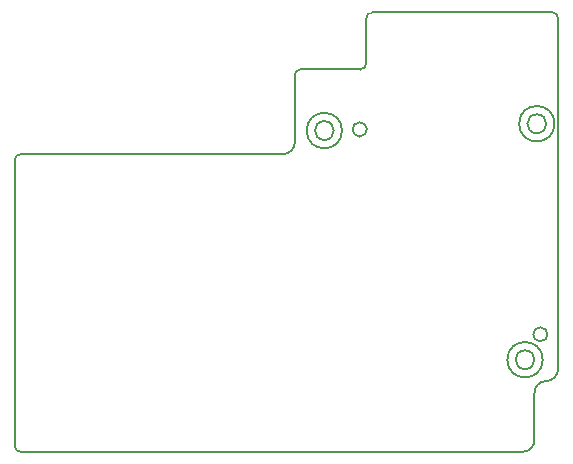
<source format=gko>
%FSLAX25Y25*%
%MOIN*%
G70*
G01*
G75*
G04 Layer_Color=16711935*
%ADD10R,0.07087X0.08661*%
%ADD11R,0.05906X0.02953*%
%ADD12R,0.11811X0.08268*%
%ADD13R,0.06693X0.02362*%
%ADD14R,0.10630X0.03937*%
%ADD15R,0.06299X0.08661*%
%ADD16R,0.03543X0.03740*%
%ADD17O,0.06693X0.01693*%
%ADD18R,0.01969X0.02165*%
%ADD19R,0.03000X0.03543*%
%ADD20R,0.16535X0.05512*%
%ADD21R,0.03937X0.05709*%
%ADD22R,0.04331X0.02362*%
%ADD23R,0.05315X0.07087*%
%ADD24R,0.02803X0.03600*%
%ADD25R,0.02804X0.03600*%
%ADD26R,0.02165X0.01969*%
%ADD27O,0.01378X0.06693*%
%ADD28R,0.04724X0.04331*%
%ADD29C,0.03000*%
%ADD30C,0.01500*%
%ADD31C,0.00800*%
%ADD32C,0.01000*%
%ADD33C,0.01200*%
%ADD34C,0.02000*%
%ADD35R,0.05118X0.05118*%
%ADD36C,0.05118*%
%ADD37R,0.05906X0.05906*%
%ADD38C,0.05906*%
%ADD39C,0.01969*%
%ADD40C,0.01181*%
%ADD41C,0.00984*%
%ADD42C,0.02362*%
%ADD43C,0.00500*%
%ADD44C,0.00787*%
%ADD45R,0.07887X0.09461*%
%ADD46R,0.06706X0.03753*%
%ADD47R,0.12611X0.09068*%
%ADD48R,0.07493X0.03162*%
%ADD49R,0.11430X0.04737*%
%ADD50R,0.07099X0.09461*%
%ADD51R,0.04343X0.04540*%
%ADD52O,0.07093X0.02093*%
%ADD53R,0.02769X0.02965*%
%ADD54R,0.03800X0.04343*%
%ADD55R,0.17335X0.06312*%
%ADD56R,0.04737X0.06509*%
%ADD57R,0.05131X0.03162*%
%ADD58R,0.06115X0.07887*%
%ADD59R,0.03603X0.04400*%
%ADD60R,0.03604X0.04400*%
%ADD61R,0.02965X0.02769*%
%ADD62O,0.02178X0.07493*%
%ADD63R,0.05524X0.05131*%
%ADD64R,0.05918X0.05918*%
%ADD65C,0.05918*%
%ADD66R,0.06706X0.06706*%
%ADD67C,0.06706*%
D43*
X0Y97123D02*
G03*
X0Y97373I0J125D01*
G01*
D02*
G03*
X0Y97123I0J-125D01*
G01*
Y13659D02*
G03*
X0Y13909I0J125D01*
G01*
D02*
G03*
X0Y13659I0J-125D01*
G01*
X93347Y125431D02*
G03*
X93347Y125681I0J125D01*
G01*
D02*
G03*
X93347Y125431I0J-125D01*
G01*
X1969Y99092D02*
G03*
X1969Y99342I0J125D01*
G01*
D02*
G03*
X1969Y99092I0J-125D01*
G01*
X95315Y127399D02*
G03*
X95315Y127649I0J125D01*
G01*
D02*
G03*
X95315Y127399I0J-125D01*
G01*
X115197D02*
G03*
X115197Y127649I0J125D01*
G01*
D02*
G03*
X115197Y127399I0J-125D01*
G01*
X117166Y144407D02*
G03*
X117166Y144657I0J125D01*
G01*
D02*
G03*
X117166Y144407I0J-125D01*
G01*
Y129368D02*
G03*
X117166Y129618I0J125D01*
G01*
D02*
G03*
X117166Y129368I0J-125D01*
G01*
X119134Y146376D02*
G03*
X119134Y146625I0J125D01*
G01*
D02*
G03*
X119134Y146376I0J-125D01*
G01*
X179134D02*
G03*
X179134Y146625I0J125D01*
G01*
D02*
G03*
X179134Y146376I0J-125D01*
G01*
X181103Y144407D02*
G03*
X181103Y144657I0J125D01*
G01*
D02*
G03*
X181103Y144407I0J-125D01*
G01*
X0Y97123D02*
G03*
X0Y97373I0J125D01*
G01*
D02*
G03*
X0Y97123I0J-125D01*
G01*
Y1848D02*
G03*
X0Y2098I0J125D01*
G01*
D02*
G03*
X0Y1848I0J-125D01*
G01*
X1969Y99092D02*
G03*
X1969Y99342I0J125D01*
G01*
D02*
G03*
X1969Y99092I0J-125D01*
G01*
X93347Y125431D02*
G03*
X93347Y125681I0J125D01*
G01*
D02*
G03*
X93347Y125431I0J-125D01*
G01*
X95315Y127399D02*
G03*
X95315Y127649I0J125D01*
G01*
D02*
G03*
X95315Y127399I0J-125D01*
G01*
X115197D02*
G03*
X115197Y127649I0J125D01*
G01*
D02*
G03*
X115197Y127399I0J-125D01*
G01*
X117166Y144407D02*
G03*
X117166Y144657I0J125D01*
G01*
D02*
G03*
X117166Y144407I0J-125D01*
G01*
Y129368D02*
G03*
X117166Y129618I0J125D01*
G01*
D02*
G03*
X117166Y129368I0J-125D01*
G01*
X119134Y146376D02*
G03*
X119134Y146625I0J125D01*
G01*
D02*
G03*
X119134Y146376I0J-125D01*
G01*
X179134D02*
G03*
X179134Y146625I0J125D01*
G01*
D02*
G03*
X179134Y146376I0J-125D01*
G01*
X181103Y144407D02*
G03*
X181103Y144657I0J125D01*
G01*
D02*
G03*
X181103Y144407I0J-125D01*
G01*
X1969Y-121D02*
G03*
X1969Y129I0J125D01*
G01*
D02*
G03*
X1969Y-121I0J-125D01*
G01*
Y99217D02*
G03*
X0Y97249I0J-1969D01*
G01*
Y97123D02*
G03*
X0Y97373I0J125D01*
G01*
D02*
G03*
X0Y97123I0J-125D01*
G01*
X1969Y99092D02*
G03*
X1969Y99342I0J125D01*
G01*
D02*
G03*
X1969Y99092I0J-125D01*
G01*
X95315Y127524D02*
G03*
X93347Y125556I0J-1969D01*
G01*
Y125431D02*
G03*
X93347Y125681I0J125D01*
G01*
D02*
G03*
X93347Y125431I0J-125D01*
G01*
X95315Y127399D02*
G03*
X95315Y127649I0J125D01*
G01*
D02*
G03*
X95315Y127399I0J-125D01*
G01*
X115197Y127524D02*
G03*
X117166Y129493I0J1969D01*
G01*
Y129368D02*
G03*
X117166Y129618I0J125D01*
G01*
D02*
G03*
X117166Y129368I0J-125D01*
G01*
X115197Y127399D02*
G03*
X115197Y127649I0J125D01*
G01*
D02*
G03*
X115197Y127399I0J-125D01*
G01*
X119134Y146501D02*
G03*
X117166Y144532I0J-1969D01*
G01*
Y144407D02*
G03*
X117166Y144657I0J125D01*
G01*
D02*
G03*
X117166Y144407I0J-125D01*
G01*
X119134Y146376D02*
G03*
X119134Y146625I0J125D01*
G01*
D02*
G03*
X119134Y146376I0J-125D01*
G01*
X181103Y144532D02*
G03*
X179134Y146501I-1969J0D01*
G01*
Y146376D02*
G03*
X179134Y146625I0J125D01*
G01*
D02*
G03*
X179134Y146376I0J-125D01*
G01*
X181103Y144407D02*
G03*
X181103Y144657I0J125D01*
G01*
D02*
G03*
X181103Y144407I0J-125D01*
G01*
X1969Y99217D02*
G03*
X0Y97249I0J-1969D01*
G01*
Y97123D02*
G03*
X0Y97373I0J125D01*
G01*
D02*
G03*
X0Y97123I0J-125D01*
G01*
X1969Y99092D02*
G03*
X1969Y99342I0J125D01*
G01*
D02*
G03*
X1969Y99092I0J-125D01*
G01*
X95315Y127524D02*
G03*
X93347Y125556I0J-1969D01*
G01*
Y125431D02*
G03*
X93347Y125681I0J125D01*
G01*
D02*
G03*
X93347Y125431I0J-125D01*
G01*
X95315Y127399D02*
G03*
X95315Y127649I0J125D01*
G01*
D02*
G03*
X95315Y127399I0J-125D01*
G01*
X115197Y127524D02*
G03*
X117166Y129493I0J1969D01*
G01*
Y129368D02*
G03*
X117166Y129618I0J125D01*
G01*
D02*
G03*
X117166Y129368I0J-125D01*
G01*
X115197Y127399D02*
G03*
X115197Y127649I0J125D01*
G01*
D02*
G03*
X115197Y127399I0J-125D01*
G01*
X119134Y146501D02*
G03*
X117166Y144532I0J-1969D01*
G01*
Y144407D02*
G03*
X117166Y144657I0J125D01*
G01*
D02*
G03*
X117166Y144407I0J-125D01*
G01*
X119134Y146376D02*
G03*
X119134Y146625I0J125D01*
G01*
D02*
G03*
X119134Y146376I0J-125D01*
G01*
X181103Y144532D02*
G03*
X179134Y146501I-1969J0D01*
G01*
Y146376D02*
G03*
X179134Y146625I0J125D01*
G01*
D02*
G03*
X179134Y146376I0J-125D01*
G01*
X181103Y144407D02*
G03*
X181103Y144657I0J125D01*
G01*
D02*
G03*
X181103Y144407I0J-125D01*
G01*
X0Y1973D02*
G03*
X1969Y4I1969J-0D01*
G01*
Y-121D02*
G03*
X1969Y129I0J125D01*
G01*
D02*
G03*
X1969Y-121I0J-125D01*
G01*
X0Y1848D02*
G03*
X0Y2098I0J125D01*
G01*
D02*
G03*
X0Y1848I0J-125D01*
G01*
X93347Y103029D02*
G03*
X93347Y103279I0J125D01*
G01*
D02*
G03*
X93347Y103029I0J-125D01*
G01*
X89410Y99092D02*
G03*
X89410Y99342I0J125D01*
G01*
D02*
G03*
X89410Y99092I0J-125D01*
G01*
D02*
G03*
X89410Y99342I0J125D01*
G01*
D02*
G03*
X89410Y99092I0J-125D01*
G01*
X93347Y103029D02*
G03*
X93347Y103279I0J125D01*
G01*
D02*
G03*
X93347Y103029I0J-125D01*
G01*
X174016Y112524D02*
G03*
X174016Y106225I0J-3150D01*
G01*
D02*
G03*
X174016Y112524I0J3150D01*
G01*
Y106100D02*
G03*
X174016Y106350I0J125D01*
G01*
D02*
G03*
X174016Y106100I0J-125D01*
G01*
Y112399D02*
G03*
X174016Y112649I0J125D01*
G01*
D02*
G03*
X174016Y112399I0J-125D01*
G01*
X170079Y33863D02*
G03*
X170079Y27563I0J-3150D01*
G01*
D02*
G03*
X170079Y33863I0J3150D01*
G01*
Y27438D02*
G03*
X170079Y27688I0J125D01*
G01*
D02*
G03*
X170079Y27438I0J-125D01*
G01*
Y33737D02*
G03*
X170079Y33988I0J125D01*
G01*
D02*
G03*
X170079Y33737I0J-125D01*
G01*
X115000Y109847D02*
G03*
X115000Y105122I0J-2362D01*
G01*
D02*
G03*
X115000Y109847I0J2362D01*
G01*
Y104998D02*
G03*
X115000Y105247I0J125D01*
G01*
D02*
G03*
X115000Y104998I0J-125D01*
G01*
Y109722D02*
G03*
X115000Y109972I0J125D01*
G01*
D02*
G03*
X115000Y109722I0J-125D01*
G01*
X175197Y41540D02*
G03*
X175197Y36815I0J-2362D01*
G01*
D02*
G03*
X175197Y41540I0J2362D01*
G01*
X103189Y110241D02*
G03*
X103189Y103941I0J-3150D01*
G01*
D02*
G03*
X103189Y110241I0J3150D01*
G01*
Y103816D02*
G03*
X103189Y104066I0J125D01*
G01*
D02*
G03*
X103189Y103816I0J-125D01*
G01*
Y110116D02*
G03*
X103189Y110366I0J125D01*
G01*
D02*
G03*
X103189Y110116I0J-125D01*
G01*
X177166Y23626D02*
G03*
X181103Y27563I0J3937D01*
G01*
X177166Y23626D02*
G03*
X173229Y19689I0J-3937D01*
G01*
X89410Y99217D02*
G03*
X93347Y103154I0J3937D01*
G01*
Y103029D02*
G03*
X93347Y103279I0J125D01*
G01*
D02*
G03*
X93347Y103029I0J-125D01*
G01*
X89410Y99092D02*
G03*
X89410Y99342I0J125D01*
G01*
D02*
G03*
X89410Y99092I0J-125D01*
G01*
X103189Y110241D02*
G03*
X103189Y103941I0J-3150D01*
G01*
D02*
G03*
X103189Y110241I0J3150D01*
G01*
Y103816D02*
G03*
X103189Y104066I0J125D01*
G01*
D02*
G03*
X103189Y103816I0J-125D01*
G01*
Y110116D02*
G03*
X103189Y110366I0J125D01*
G01*
D02*
G03*
X103189Y110116I0J-125D01*
G01*
X170079Y33863D02*
G03*
X170079Y27563I0J-3150D01*
G01*
D02*
G03*
X170079Y33863I0J3150D01*
G01*
Y27438D02*
G03*
X170079Y27688I0J125D01*
G01*
D02*
G03*
X170079Y27438I0J-125D01*
G01*
Y33737D02*
G03*
X170079Y33988I0J125D01*
G01*
D02*
G03*
X170079Y33737I0J-125D01*
G01*
X174016Y112524D02*
G03*
X174016Y106225I0J-3150D01*
G01*
D02*
G03*
X174016Y112524I0J3150D01*
G01*
Y106100D02*
G03*
X174016Y106350I0J125D01*
G01*
D02*
G03*
X174016Y106100I0J-125D01*
G01*
Y112399D02*
G03*
X174016Y112649I0J125D01*
G01*
D02*
G03*
X174016Y112399I0J-125D01*
G01*
X103189Y110241D02*
G03*
X103189Y103941I0J-3150D01*
G01*
D02*
G03*
X103189Y110241I0J3150D01*
G01*
Y103816D02*
G03*
X103189Y104066I0J125D01*
G01*
D02*
G03*
X103189Y103816I0J-125D01*
G01*
Y110116D02*
G03*
X103189Y110366I0J125D01*
G01*
D02*
G03*
X103189Y110116I0J-125D01*
G01*
X105589Y105177D02*
G03*
X105589Y104927I0J-125D01*
G01*
D02*
G03*
X105589Y105177I0J125D01*
G01*
Y104864D02*
G03*
X105589Y104989I0J62D01*
G01*
Y105114D02*
G03*
X105589Y105239I0J62D01*
G01*
X100789Y109255D02*
G03*
X100789Y109005I0J-125D01*
G01*
D02*
G03*
X100789Y109255I0J125D01*
G01*
Y108943D02*
G03*
X100789Y109068I0J62D01*
G01*
Y109193D02*
G03*
X100789Y109318I0J62D01*
G01*
X115000Y109847D02*
G03*
X115000Y105122I0J-2362D01*
G01*
D02*
G03*
X115000Y109847I0J2362D01*
G01*
Y104998D02*
G03*
X115000Y105247I0J125D01*
G01*
D02*
G03*
X115000Y104998I0J-125D01*
G01*
Y109722D02*
G03*
X115000Y109972I0J125D01*
G01*
D02*
G03*
X115000Y109722I0J-125D01*
G01*
X103189Y110241D02*
G03*
X103189Y103941I0J-3150D01*
G01*
D02*
G03*
X103189Y110241I0J3150D01*
G01*
Y103816D02*
G03*
X103189Y104066I0J125D01*
G01*
D02*
G03*
X103189Y103816I0J-125D01*
G01*
Y110116D02*
G03*
X103189Y110366I0J125D01*
G01*
D02*
G03*
X103189Y110116I0J-125D01*
G01*
X174016Y112524D02*
G03*
X174016Y106225I0J-3150D01*
G01*
D02*
G03*
X174016Y112524I0J3150D01*
G01*
Y106100D02*
G03*
X174016Y106350I0J125D01*
G01*
D02*
G03*
X174016Y106100I0J-125D01*
G01*
Y112399D02*
G03*
X174016Y112649I0J125D01*
G01*
D02*
G03*
X174016Y112399I0J-125D01*
G01*
X175197Y41540D02*
G03*
X175197Y36815I0J-2362D01*
G01*
D02*
G03*
X175197Y41540I0J2362D01*
G01*
X170079Y33863D02*
G03*
X170079Y27563I0J-3150D01*
G01*
D02*
G03*
X170079Y33863I0J3150D01*
G01*
Y27438D02*
G03*
X170079Y27688I0J125D01*
G01*
D02*
G03*
X170079Y27438I0J-125D01*
G01*
Y33737D02*
G03*
X170079Y33988I0J125D01*
G01*
D02*
G03*
X170079Y33737I0J-125D01*
G01*
X89410Y99217D02*
G03*
X93347Y103154I0J3937D01*
G01*
Y103029D02*
G03*
X93347Y103279I0J125D01*
G01*
D02*
G03*
X93347Y103029I0J-125D01*
G01*
X89410Y99092D02*
G03*
X89410Y99342I0J125D01*
G01*
D02*
G03*
X89410Y99092I0J-125D01*
G01*
X177166Y23626D02*
G03*
X181103Y27563I0J3937D01*
G01*
X177166Y23626D02*
G03*
X173229Y19689I0J-3937D01*
G01*
X169292Y4D02*
G03*
X173229Y3941I-0J3937D01*
G01*
X109095Y107091D02*
G03*
X109095Y107091I-5906J0D01*
G01*
X175985Y30713D02*
G03*
X175985Y30713I-5906J0D01*
G01*
X179921Y109374D02*
G03*
X179921Y109374I-5906J0D01*
G01*
X105589Y104989D02*
G03*
X105589Y104864I0J-62D01*
G01*
Y105239D02*
G03*
X105589Y105114I0J-62D01*
G01*
X100789Y109068D02*
G03*
X100789Y108943I0J-62D01*
G01*
Y109318D02*
G03*
X100789Y109193I0J-62D01*
G01*
X0Y13784D02*
Y97249D01*
X95315Y127524D02*
X115197D01*
X117166Y129493D02*
Y144532D01*
X119134Y146501D02*
X179134D01*
X0Y1973D02*
Y97249D01*
X95315Y127524D02*
X115197D01*
X117166Y129493D02*
Y144532D01*
X119134Y146501D02*
X179134D01*
X93347Y103154D02*
Y125556D01*
X1969Y99217D02*
X89410D01*
X173229Y15752D02*
Y19689D01*
X181103Y27563D02*
Y144532D01*
X1969Y99217D02*
X89410D01*
X93347Y103154D02*
Y125556D01*
X181103Y27563D02*
Y144532D01*
X173229Y3941D02*
Y19689D01*
X1969Y4D02*
X169292D01*
M02*

</source>
